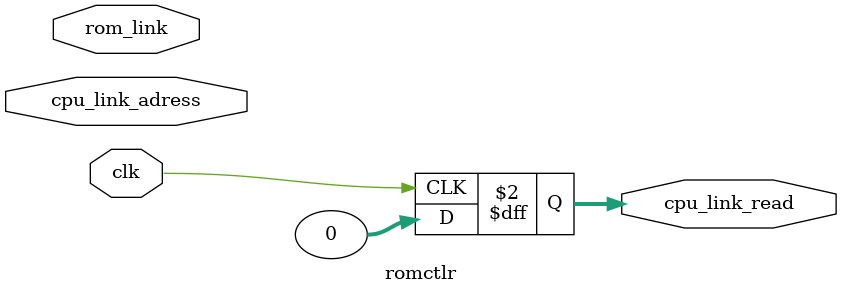
<source format=v>
module romctlr(rom_link, cpu_link_read, cpu_link_adress, clk);

input [15:0] rom_link;
input clk;
input [31:0] cpu_link_adress;
output reg [31:0] cpu_link_read;

always @(posedge clk) begin
  cpu_link_read = 31'b0;
end

endmodule

</source>
